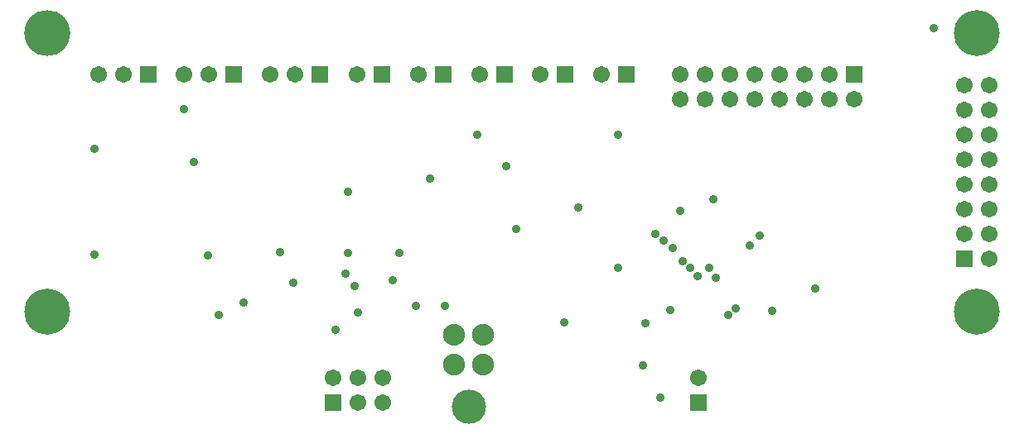
<source format=gbs>
G04*
G04 #@! TF.GenerationSoftware,Altium Limited,Altium Designer,19.0.15 (446)*
G04*
G04 Layer_Color=16711935*
%FSLAX25Y25*%
%MOIN*%
G70*
G01*
G75*
%ADD55C,0.18517*%
%ADD56O,0.18517X0.18517*%
%ADD57R,0.06706X0.06706*%
%ADD58C,0.06706*%
%ADD59R,0.06706X0.06706*%
%ADD60C,0.06706*%
%ADD61C,0.13811*%
%ADD62C,0.08800*%
%ADD63R,0.06706X0.06706*%
%ADD64C,0.03556*%
D55*
X11484Y60398D02*
D03*
X385500D02*
D03*
Y172602D02*
D03*
D56*
X11484D02*
D03*
D57*
X380500Y81500D02*
D03*
D58*
X390500D02*
D03*
X380500Y91500D02*
D03*
X390500D02*
D03*
X380500Y101500D02*
D03*
X390500D02*
D03*
X380500Y111500D02*
D03*
X390500D02*
D03*
X380500Y121500D02*
D03*
X390500D02*
D03*
X380500Y131500D02*
D03*
X390500D02*
D03*
X380500Y141500D02*
D03*
X390500D02*
D03*
X380500Y151500D02*
D03*
X390500D02*
D03*
D59*
X336000Y156000D02*
D03*
X52000D02*
D03*
X86500D02*
D03*
X121000D02*
D03*
X146000D02*
D03*
X170625D02*
D03*
X195250D02*
D03*
X219875D02*
D03*
X244500D02*
D03*
X126500Y23500D02*
D03*
D60*
X336000Y146000D02*
D03*
X326000Y156000D02*
D03*
Y146000D02*
D03*
X316000Y156000D02*
D03*
Y146000D02*
D03*
X306000Y156000D02*
D03*
Y146000D02*
D03*
X296000Y156000D02*
D03*
Y146000D02*
D03*
X286000Y156000D02*
D03*
Y146000D02*
D03*
X276000Y156000D02*
D03*
Y146000D02*
D03*
X266000Y156000D02*
D03*
Y146000D02*
D03*
X42000Y156000D02*
D03*
X32000D02*
D03*
X76500D02*
D03*
X66500D02*
D03*
X111000D02*
D03*
X101000D02*
D03*
X136000D02*
D03*
X160625D02*
D03*
X185250D02*
D03*
X209875D02*
D03*
X234500D02*
D03*
X126500Y33500D02*
D03*
X136500Y23500D02*
D03*
Y33500D02*
D03*
X146500Y23500D02*
D03*
Y33500D02*
D03*
X273500D02*
D03*
D61*
X181000Y22000D02*
D03*
D62*
X186906Y39000D02*
D03*
X175094D02*
D03*
X186906Y50819D02*
D03*
X175094D02*
D03*
D63*
X273500Y23500D02*
D03*
D64*
X110500Y72000D02*
D03*
X105000Y84122D02*
D03*
X132428Y84000D02*
D03*
X80500Y59000D02*
D03*
X127500Y53000D02*
D03*
X136500Y60000D02*
D03*
X90500Y64000D02*
D03*
X262000Y60859D02*
D03*
X241000Y78000D02*
D03*
X153000Y84000D02*
D03*
X150500Y73000D02*
D03*
X135000Y70500D02*
D03*
X225012Y102178D02*
D03*
X196000Y119000D02*
D03*
X159875Y62500D02*
D03*
X171500D02*
D03*
X263000Y86000D02*
D03*
X270000Y78000D02*
D03*
X267027Y80473D02*
D03*
X259500Y89000D02*
D03*
X256000Y91500D02*
D03*
X184510Y131500D02*
D03*
X241000D02*
D03*
X200000Y93500D02*
D03*
X165500Y114000D02*
D03*
X219500Y56000D02*
D03*
X132428Y108500D02*
D03*
X279453Y105500D02*
D03*
X266240Y101000D02*
D03*
X320500Y69500D02*
D03*
X277681Y78000D02*
D03*
X288500Y61500D02*
D03*
X285500Y59000D02*
D03*
X303000Y60714D02*
D03*
X251000Y38500D02*
D03*
X252000Y55500D02*
D03*
X76000Y82961D02*
D03*
X30500Y83116D02*
D03*
Y126000D02*
D03*
X66500Y142000D02*
D03*
X368000Y174500D02*
D03*
X70500Y120500D02*
D03*
X273000Y74512D02*
D03*
X280500Y74000D02*
D03*
X298000Y91000D02*
D03*
X294000Y87000D02*
D03*
X131500Y75500D02*
D03*
X258000Y25500D02*
D03*
M02*

</source>
